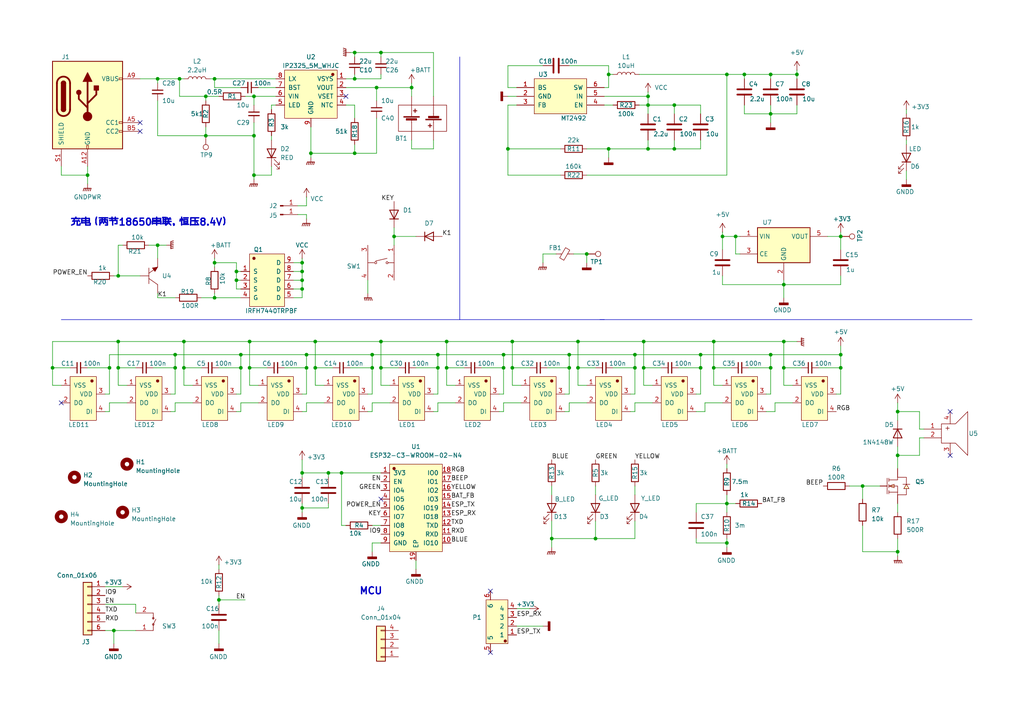
<source format=kicad_sch>
(kicad_sch (version 20231120) (generator "eeschema") (generator_version "8.0")
  (paper "A4")
  (title_block (date "2023-12-04"))
  (junction (at 172.72 156.21))
  (junction (at 72.39 106.68))
  (junction (at 147.32 43.18))
  (junction (at 109.22 25.4))
  (junction (at 73.66 39.37))
  (junction (at 73.66 50.8))
  (junction (at 167.64 106.68))
  (junction (at 107.95 106.68))
  (junction (at 184.15 102.87))
  (junction (at 223.52 106.68))
  (junction (at 146.05 102.87))
  (junction (at 110.49 15.24))
  (junction (at 87.63 137.16))
  (junction (at 165.1 106.68))
  (junction (at 170.18 73.66))
  (junction (at 88.9 102.87))
  (junction (at 59.69 27.94))
  (junction (at 187.96 27.94))
  (junction (at 62.23 76.2))
  (junction (at 119.38 25.4))
  (junction (at 210.82 146.05))
  (junction (at 231.14 21.59))
  (junction (at 68.58 78.74))
  (junction (at 227.33 82.55))
  (junction (at 203.2 106.68))
  (junction (at 260.35 132.08))
  (junction (at 129.54 106.68))
  (junction (at 203.2 102.87))
  (junction (at 114.3 68.58))
  (junction (at 195.58 30.48))
  (junction (at 102.87 44.45))
  (junction (at 243.84 106.68))
  (junction (at 176.53 43.18))
  (junction (at 53.34 106.68))
  (junction (at 52.07 22.86))
  (junction (at 207.01 99.06))
  (junction (at 187.96 43.18))
  (junction (at 260.35 119.38))
  (junction (at 53.34 99.06))
  (junction (at 127 106.68))
  (junction (at 31.75 106.68))
  (junction (at 45.72 71.12))
  (junction (at 68.58 81.28))
  (junction (at 33.02 182.88))
  (junction (at 186.69 106.68))
  (junction (at 45.72 22.86))
  (junction (at 165.1 102.87))
  (junction (at 69.85 102.87))
  (junction (at 102.87 22.86))
  (junction (at 107.95 102.87))
  (junction (at 207.01 106.68))
  (junction (at 186.69 99.06))
  (junction (at 260.35 160.02))
  (junction (at 195.58 43.18))
  (junction (at 62.23 22.86))
  (junction (at 87.63 147.32))
  (junction (at 110.49 99.06))
  (junction (at 62.23 86.36))
  (junction (at 148.59 106.68))
  (junction (at 215.9 21.59))
  (junction (at 148.59 99.06))
  (junction (at 25.4 50.8))
  (junction (at 34.29 106.68))
  (junction (at 15.24 106.68))
  (junction (at 87.63 76.2))
  (junction (at 87.63 83.82))
  (junction (at 176.53 21.59))
  (junction (at 110.49 106.68))
  (junction (at 72.39 99.06))
  (junction (at 87.63 81.28))
  (junction (at 227.33 99.06))
  (junction (at 210.82 21.59))
  (junction (at 34.29 99.06))
  (junction (at 209.55 68.58))
  (junction (at 50.8 102.87))
  (junction (at 184.15 106.68))
  (junction (at 250.19 140.97))
  (junction (at 59.69 39.37))
  (junction (at 73.66 27.94))
  (junction (at 91.44 106.68))
  (junction (at 88.9 106.68))
  (junction (at 167.64 99.06))
  (junction (at 69.85 106.68))
  (junction (at 129.54 99.06))
  (junction (at 91.44 99.06))
  (junction (at 63.5 173.99))
  (junction (at 95.25 137.16))
  (junction (at 223.52 102.87))
  (junction (at 146.05 106.68))
  (junction (at 34.29 80.01))
  (junction (at 127 102.87))
  (junction (at 160.02 156.21))
  (junction (at 99.06 137.16))
  (junction (at 243.84 68.58))
  (junction (at 90.17 44.45))
  (junction (at 187.96 30.48))
  (junction (at 87.63 78.74))
  (junction (at 227.33 106.68))
  (junction (at 210.82 157.48))
  (junction (at 223.52 21.59))
  (junction (at 102.87 15.24))
  (junction (at 223.52 33.02))
  (junction (at 213.36 68.58))
  (junction (at 243.84 102.87))
  (junction (at 50.8 106.68))
  (no_connect (at 142.24 171.45))
  (no_connect (at 275.59 132.08))
  (no_connect (at 275.59 119.38))
  (no_connect (at 17.78 116.84))
  (no_connect (at 40.64 35.56))
  (no_connect (at 142.24 189.23))
  (no_connect (at 100.33 27.94))
  (no_connect (at 110.49 144.78))
  (no_connect (at 40.64 38.1))
  (wire (pts (xy 52.07 22.86) (xy 53.34 22.86)))
  (wire (pts (xy 187.96 26.67) (xy 187.96 27.94)))
  (wire (pts (xy 102.87 15.24) (xy 102.87 16.51)))
  (wire (pts (xy 45.72 22.86) (xy 45.72 24.13)))
  (wire (pts (xy 144.78 119.38) (xy 146.05 119.38)))
  (wire (pts (xy 53.34 99.06) (xy 72.39 99.06)))
  (wire (pts (xy 88.9 102.87) (xy 88.9 106.68)))
  (wire (pts (xy 109.22 34.29) (xy 109.22 44.45)))
  (wire (pts (xy 63.5 173.99) (xy 71.12 173.99)))
  (wire (pts (xy 215.9 33.02) (xy 223.52 33.02)))
  (wire (pts (xy 201.93 157.48) (xy 210.82 157.48)))
  (wire (pts (xy 31.75 119.38) (xy 30.48 119.38)))
  (wire (pts (xy 204.47 116.84) (xy 204.47 119.38)))
  (wire (pts (xy 62.23 74.93) (xy 62.23 76.2)))
  (wire (pts (xy 125.73 15.24) (xy 125.73 27.94)))
  (wire (pts (xy 172.72 140.97) (xy 172.72 143.51)))
  (wire (pts (xy 85.09 76.2) (xy 87.63 76.2)))
  (wire (pts (xy 31.75 102.87) (xy 31.75 106.68)))
  (wire (pts (xy 201.93 146.05) (xy 210.82 146.05)))
  (wire (pts (xy 148.59 111.76) (xy 148.59 106.68)))
  (wire (pts (xy 39.37 177.8) (xy 39.37 175.26)))
  (wire (pts (xy 74.93 116.84) (xy 69.85 116.84)))
  (wire (pts (xy 110.49 99.06) (xy 129.54 99.06)))
  (wire (pts (xy 147.32 43.18) (xy 162.56 43.18)))
  (wire (pts (xy 91.44 99.06) (xy 91.44 106.68)))
  (wire (pts (xy 15.24 99.06) (xy 34.29 99.06)))
  (wire (pts (xy 113.03 116.84) (xy 107.95 116.84)))
  (wire (pts (xy 114.3 68.58) (xy 114.3 71.12)))
  (wire (pts (xy 86.36 62.23) (xy 88.9 62.23)))
  (wire (pts (xy 132.08 111.76) (xy 129.54 111.76)))
  (wire (pts (xy 167.64 111.76) (xy 167.64 106.68)))
  (wire (pts (xy 163.83 114.3) (xy 165.1 114.3)))
  (wire (pts (xy 260.35 156.21) (xy 260.35 160.02)))
  (polyline (pts (xy 133.35 92.71) (xy 175.26 92.71)))
  (wire (pts (xy 25.4 50.8) (xy 25.4 53.34)))
  (wire (pts (xy 33.02 182.88) (xy 39.37 182.88)))
  (wire (pts (xy 78.74 30.48) (xy 78.74 31.75)))
  (wire (pts (xy 87.63 133.35) (xy 87.63 137.16)))
  (wire (pts (xy 107.95 157.48) (xy 110.49 157.48)))
  (wire (pts (xy 106.68 114.3) (xy 107.95 114.3)))
  (wire (pts (xy 95.25 137.16) (xy 87.63 137.16)))
  (wire (pts (xy 73.66 50.8) (xy 73.66 52.07)))
  (wire (pts (xy 231.14 20.32) (xy 231.14 21.59)))
  (wire (pts (xy 73.66 39.37) (xy 73.66 50.8)))
  (wire (pts (xy 52.07 27.94) (xy 52.07 22.86)))
  (wire (pts (xy 260.35 146.05) (xy 260.35 148.59)))
  (wire (pts (xy 210.82 50.8) (xy 210.82 21.59)))
  (wire (pts (xy 196.85 106.68) (xy 203.2 106.68)))
  (wire (pts (xy 110.49 16.51) (xy 110.49 15.24)))
  (wire (pts (xy 87.63 146.05) (xy 87.63 147.32)))
  (wire (pts (xy 73.66 35.56) (xy 73.66 39.37)))
  (wire (pts (xy 85.09 78.74) (xy 87.63 78.74)))
  (wire (pts (xy 260.35 132.08) (xy 260.35 135.89)))
  (wire (pts (xy 243.84 80.01) (xy 243.84 82.55)))
  (wire (pts (xy 266.7 119.38) (xy 266.7 124.46)))
  (wire (pts (xy 243.84 68.58) (xy 243.84 72.39)))
  (wire (pts (xy 127 116.84) (xy 127 119.38)))
  (wire (pts (xy 267.97 127) (xy 266.7 127)))
  (wire (pts (xy 114.3 66.04) (xy 114.3 68.58)))
  (wire (pts (xy 127 114.3) (xy 127 106.68)))
  (polyline (pts (xy 133.35 16.51) (xy 133.35 92.71)))
  (wire (pts (xy 34.29 106.68) (xy 39.37 106.68)))
  (wire (pts (xy 176.53 25.4) (xy 175.26 25.4)))
  (wire (pts (xy 73.66 39.37) (xy 59.69 39.37)))
  (wire (pts (xy 53.34 111.76) (xy 53.34 106.68)))
  (wire (pts (xy 209.55 80.01) (xy 209.55 82.55)))
  (wire (pts (xy 229.87 111.76) (xy 227.33 111.76)))
  (wire (pts (xy 127 102.87) (xy 127 106.68)))
  (wire (pts (xy 120.65 162.56) (xy 120.65 165.1)))
  (wire (pts (xy 73.66 27.94) (xy 73.66 30.48)))
  (wire (pts (xy 87.63 119.38) (xy 88.9 119.38)))
  (wire (pts (xy 186.69 106.68) (xy 191.77 106.68)))
  (wire (pts (xy 62.23 86.36) (xy 62.23 85.09)))
  (wire (pts (xy 49.53 119.38) (xy 50.8 119.38)))
  (wire (pts (xy 72.39 99.06) (xy 91.44 99.06)))
  (wire (pts (xy 50.8 116.84) (xy 50.8 119.38)))
  (wire (pts (xy 144.78 114.3) (xy 146.05 114.3)))
  (wire (pts (xy 146.05 102.87) (xy 165.1 102.87)))
  (wire (pts (xy 170.18 50.8) (xy 210.82 50.8)))
  (wire (pts (xy 17.78 48.26) (xy 17.78 50.8)))
  (wire (pts (xy 209.55 68.58) (xy 209.55 72.39)))
  (wire (pts (xy 59.69 29.21) (xy 59.69 27.94)))
  (wire (pts (xy 167.64 99.06) (xy 186.69 99.06)))
  (wire (pts (xy 73.66 27.94) (xy 80.01 27.94)))
  (wire (pts (xy 215.9 21.59) (xy 215.9 22.86)))
  (wire (pts (xy 99.06 152.4) (xy 100.33 152.4)))
  (wire (pts (xy 210.82 146.05) (xy 213.36 146.05)))
  (wire (pts (xy 45.72 71.12) (xy 48.26 71.12)))
  (wire (pts (xy 172.72 156.21) (xy 184.15 156.21)))
  (wire (pts (xy 62.23 25.4) (xy 62.23 22.86)))
  (wire (pts (xy 31.75 116.84) (xy 31.75 119.38)))
  (wire (pts (xy 68.58 83.82) (xy 69.85 83.82)))
  (wire (pts (xy 63.5 106.68) (xy 69.85 106.68)))
  (wire (pts (xy 195.58 40.64) (xy 195.58 43.18)))
  (wire (pts (xy 167.64 106.68) (xy 172.72 106.68)))
  (wire (pts (xy 125.73 114.3) (xy 127 114.3)))
  (wire (pts (xy 243.84 102.87) (xy 243.84 106.68)))
  (wire (pts (xy 176.53 21.59) (xy 177.8 21.59)))
  (wire (pts (xy 95.25 146.05) (xy 95.25 147.32)))
  (wire (pts (xy 162.56 50.8) (xy 147.32 50.8)))
  (wire (pts (xy 110.49 106.68) (xy 115.57 106.68)))
  (wire (pts (xy 189.23 111.76) (xy 186.69 111.76)))
  (wire (pts (xy 201.93 114.3) (xy 203.2 114.3)))
  (wire (pts (xy 209.55 67.31) (xy 209.55 68.58)))
  (wire (pts (xy 72.39 106.68) (xy 77.47 106.68)))
  (wire (pts (xy 90.17 36.83) (xy 90.17 44.45)))
  (wire (pts (xy 165.1 102.87) (xy 165.1 106.68)))
  (wire (pts (xy 147.32 25.4) (xy 149.86 25.4)))
  (wire (pts (xy 266.7 119.38) (xy 260.35 119.38)))
  (wire (pts (xy 229.87 116.84) (xy 224.79 116.84)))
  (wire (pts (xy 215.9 21.59) (xy 223.52 21.59)))
  (wire (pts (xy 266.7 127) (xy 266.7 132.08)))
  (wire (pts (xy 101.6 106.68) (xy 107.95 106.68)))
  (wire (pts (xy 187.96 43.18) (xy 187.96 40.64)))
  (wire (pts (xy 33.02 80.01) (xy 34.29 80.01)))
  (wire (pts (xy 99.06 137.16) (xy 110.49 137.16)))
  (wire (pts (xy 153.67 176.53) (xy 149.86 176.53)))
  (wire (pts (xy 222.25 119.38) (xy 224.79 119.38)))
  (wire (pts (xy 62.23 86.36) (xy 69.85 86.36)))
  (wire (pts (xy 157.48 73.66) (xy 157.48 76.2)))
  (wire (pts (xy 93.98 111.76) (xy 91.44 111.76)))
  (wire (pts (xy 45.72 86.36) (xy 50.8 86.36)))
  (wire (pts (xy 209.55 116.84) (xy 204.47 116.84)))
  (wire (pts (xy 184.15 102.87) (xy 184.15 106.68)))
  (wire (pts (xy 55.88 116.84) (xy 50.8 116.84)))
  (wire (pts (xy 182.88 114.3) (xy 184.15 114.3)))
  (wire (pts (xy 227.33 111.76) (xy 227.33 106.68)))
  (wire (pts (xy 186.69 111.76) (xy 186.69 106.68)))
  (wire (pts (xy 68.58 114.3) (xy 69.85 114.3)))
  (wire (pts (xy 119.38 40.64) (xy 119.38 43.18)))
  (wire (pts (xy 62.23 22.86) (xy 80.01 22.86)))
  (wire (pts (xy 177.8 106.68) (xy 184.15 106.68)))
  (wire (pts (xy 267.97 124.46) (xy 266.7 124.46)))
  (wire (pts (xy 151.13 111.76) (xy 148.59 111.76)))
  (wire (pts (xy 60.96 22.86) (xy 62.23 22.86)))
  (wire (pts (xy 102.87 22.86) (xy 110.49 22.86)))
  (wire (pts (xy 160.02 156.21) (xy 160.02 158.75)))
  (wire (pts (xy 250.19 140.97) (xy 246.38 140.97)))
  (wire (pts (xy 107.95 116.84) (xy 107.95 119.38)))
  (wire (pts (xy 243.84 67.31) (xy 243.84 68.58)))
  (wire (pts (xy 147.32 50.8) (xy 147.32 43.18)))
  (wire (pts (xy 69.85 119.38) (xy 68.58 119.38)))
  (wire (pts (xy 187.96 30.48) (xy 187.96 33.02)))
  (wire (pts (xy 210.82 158.75) (xy 210.82 157.48)))
  (wire (pts (xy 217.17 106.68) (xy 223.52 106.68)))
  (wire (pts (xy 99.06 137.16) (xy 99.06 152.4)))
  (wire (pts (xy 82.55 106.68) (xy 88.9 106.68)))
  (wire (pts (xy 184.15 116.84) (xy 184.15 119.38)))
  (wire (pts (xy 95.25 137.16) (xy 99.06 137.16)))
  (wire (pts (xy 146.05 102.87) (xy 146.05 106.68)))
  (wire (pts (xy 88.9 59.69) (xy 86.36 59.69)))
  (wire (pts (xy 172.72 151.13) (xy 172.72 156.21)))
  (wire (pts (xy 63.5 173.99) (xy 63.5 175.26)))
  (wire (pts (xy 34.29 111.76) (xy 34.29 106.68)))
  (wire (pts (xy 59.69 27.94) (xy 52.07 27.94)))
  (wire (pts (xy 160.02 140.97) (xy 160.02 143.51)))
  (wire (pts (xy 114.3 68.58) (xy 120.65 68.58)))
  (wire (pts (xy 109.22 25.4) (xy 119.38 25.4)))
  (wire (pts (xy 176.53 43.18) (xy 176.53 45.72)))
  (wire (pts (xy 203.2 102.87) (xy 203.2 106.68)))
  (wire (pts (xy 68.58 81.28) (xy 69.85 81.28)))
  (wire (pts (xy 39.37 175.26) (xy 30.48 175.26)))
  (wire (pts (xy 203.2 30.48) (xy 195.58 30.48)))
  (wire (pts (xy 215.9 33.02) (xy 215.9 30.48)))
  (wire (pts (xy 210.82 21.59) (xy 185.42 21.59)))
  (wire (pts (xy 139.7 106.68) (xy 146.05 106.68)))
  (wire (pts (xy 69.85 78.74) (xy 68.58 78.74)))
  (wire (pts (xy 59.69 27.94) (xy 63.5 27.94)))
  (wire (pts (xy 210.82 143.51) (xy 210.82 146.05)))
  (wire (pts (xy 55.88 111.76) (xy 53.34 111.76)))
  (wire (pts (xy 36.83 116.84) (xy 31.75 116.84)))
  (wire (pts (xy 69.85 114.3) (xy 69.85 106.68)))
  (wire (pts (xy 210.82 134.62) (xy 210.82 135.89)))
  (wire (pts (xy 195.58 33.02) (xy 195.58 30.48)))
  (wire (pts (xy 158.75 106.68) (xy 165.1 106.68)))
  (wire (pts (xy 31.75 114.3) (xy 31.75 106.68)))
  (wire (pts (xy 91.44 99.06) (xy 110.49 99.06)))
  (wire (pts (xy 88.9 114.3) (xy 88.9 106.68)))
  (wire (pts (xy 72.39 111.76) (xy 72.39 106.68)))
  (wire (pts (xy 186.69 99.06) (xy 207.01 99.06)))
  (wire (pts (xy 40.64 22.86) (xy 45.72 22.86)))
  (wire (pts (xy 149.86 30.48) (xy 147.32 30.48)))
  (wire (pts (xy 95.25 137.16) (xy 95.25 138.43)))
  (wire (pts (xy 184.15 102.87) (xy 203.2 102.87)))
  (wire (pts (xy 160.02 151.13) (xy 160.02 156.21)))
  (wire (pts (xy 45.72 39.37) (xy 59.69 39.37)))
  (wire (pts (xy 250.19 140.97) (xy 255.27 140.97)))
  (wire (pts (xy 125.73 40.64) (xy 125.73 43.18)))
  (wire (pts (xy 53.34 99.06) (xy 53.34 106.68)))
  (wire (pts (xy 30.48 114.3) (xy 31.75 114.3)))
  (wire (pts (xy 262.89 31.75) (xy 262.89 33.02)))
  (wire (pts (xy 148.59 106.68) (xy 153.67 106.68)))
  (wire (pts (xy 88.9 102.87) (xy 107.95 102.87)))
  (wire (pts (xy 250.19 144.78) (xy 250.19 140.97)))
  (wire (pts (xy 222.25 114.3) (xy 223.52 114.3)))
  (wire (pts (xy 87.63 147.32) (xy 87.63 148.59)))
  (wire (pts (xy 30.48 170.18) (xy 35.56 170.18)))
  (wire (pts (xy 260.35 160.02) (xy 260.35 161.29)))
  (wire (pts (xy 25.4 106.68) (xy 31.75 106.68)))
  (wire (pts (xy 243.84 100.33) (xy 243.84 102.87)))
  (wire (pts (xy 147.32 30.48) (xy 147.32 43.18)))
  (wire (pts (xy 68.58 76.2) (xy 68.58 78.74)))
  (wire (pts (xy 93.98 116.84) (xy 88.9 116.84)))
  (wire (pts (xy 149.86 181.61) (xy 157.48 181.61)))
  (wire (pts (xy 175.26 30.48) (xy 177.8 30.48)))
  (wire (pts (xy 227.33 81.28) (xy 227.33 82.55)))
  (wire (pts (xy 78.74 39.37) (xy 78.74 40.64)))
  (polyline (pts (xy 17.78 92.71) (xy 133.35 92.71)))
  (wire (pts (xy 58.42 86.36) (xy 62.23 86.36)))
  (wire (pts (xy 224.79 116.84) (xy 224.79 119.38)))
  (wire (pts (xy 87.63 76.2) (xy 87.63 78.74)))
  (wire (pts (xy 113.03 111.76) (xy 110.49 111.76)))
  (wire (pts (xy 50.8 114.3) (xy 50.8 106.68)))
  (wire (pts (xy 109.22 25.4) (xy 109.22 29.21)))
  (wire (pts (xy 175.26 27.94) (xy 187.96 27.94)))
  (wire (pts (xy 72.39 99.06) (xy 72.39 106.68)))
  (wire (pts (xy 129.54 106.68) (xy 134.62 106.68)))
  (wire (pts (xy 227.33 82.55) (xy 243.84 82.55)))
  (wire (pts (xy 203.2 43.18) (xy 195.58 43.18)))
  (wire (pts (xy 203.2 40.64) (xy 203.2 43.18)))
  (wire (pts (xy 129.54 99.06) (xy 148.59 99.06)))
  (wire (pts (xy 74.93 25.4) (xy 80.01 25.4)))
  (wire (pts (xy 207.01 111.76) (xy 207.01 106.68)))
  (wire (pts (xy 100.33 22.86) (xy 102.87 22.86)))
  (wire (pts (xy 203.2 114.3) (xy 203.2 106.68)))
  (wire (pts (xy 243.84 114.3) (xy 243.84 106.68)))
  (wire (pts (xy 201.93 148.59) (xy 201.93 146.05)))
  (wire (pts (xy 165.1 114.3) (xy 165.1 106.68)))
  (wire (pts (xy 185.42 30.48) (xy 187.96 30.48)))
  (wire (pts (xy 109.22 44.45) (xy 102.87 44.45)))
  (wire (pts (xy 146.05 114.3) (xy 146.05 106.68)))
  (wire (pts (xy 15.24 111.76) (xy 15.24 106.68)))
  (wire (pts (xy 176.53 43.18) (xy 187.96 43.18)))
  (wire (pts (xy 227.33 99.06) (xy 227.33 106.68)))
  (wire (pts (xy 125.73 15.24) (xy 110.49 15.24)))
  (wire (pts (xy 189.23 116.84) (xy 184.15 116.84)))
  (wire (pts (xy 87.63 81.28) (xy 87.63 83.82)))
  (wire (pts (xy 223.52 33.02) (xy 223.52 35.56)))
  (wire (pts (xy 182.88 119.38) (xy 184.15 119.38)))
  (wire (pts (xy 167.64 99.06) (xy 167.64 106.68)))
  (wire (pts (xy 15.24 106.68) (xy 20.32 106.68)))
  (wire (pts (xy 63.5 163.83) (xy 63.5 165.1)))
  (wire (pts (xy 102.87 15.24) (xy 101.6 15.24)))
  (wire (pts (xy 147.32 19.05) (xy 147.32 25.4)))
  (wire (pts (xy 49.53 114.3) (xy 50.8 114.3)))
  (wire (pts (xy 62.23 76.2) (xy 62.23 77.47)))
  (wire (pts (xy 201.93 156.21) (xy 201.93 157.48)))
  (wire (pts (xy 132.08 116.84) (xy 127 116.84)))
  (wire (pts (xy 231.14 22.86) (xy 231.14 21.59)))
  (wire (pts (xy 260.35 132.08) (xy 260.35 129.54)))
  (wire (pts (xy 231.14 30.48) (xy 231.14 33.02)))
  (wire (pts (xy 90.17 44.45) (xy 102.87 44.45)))
  (wire (pts (xy 63.5 172.72) (xy 63.5 173.99)))
  (wire (pts (xy 50.8 102.87) (xy 50.8 106.68)))
  (wire (pts (xy 68.58 81.28) (xy 68.58 83.82)))
  (wire (pts (xy 87.63 114.3) (xy 88.9 114.3)))
  (wire (pts (xy 87.63 83.82) (xy 87.63 86.36)))
  (wire (pts (xy 163.83 119.38) (xy 165.1 119.38)))
  (wire (pts (xy 110.49 99.06) (xy 110.49 106.68)))
  (wire (pts (xy 170.18 116.84) (xy 165.1 116.84)))
  (wire (pts (xy 129.54 111.76) (xy 129.54 106.68)))
  (wire (pts (xy 165.1 116.84) (xy 165.1 119.38)))
  (wire (pts (xy 45.72 74.93) (xy 45.72 71.12)))
  (wire (pts (xy 223.52 114.3) (xy 223.52 106.68)))
  (wire (pts (xy 149.86 27.94) (xy 147.32 27.94)))
  (wire (pts (xy 148.59 99.06) (xy 148.59 106.68)))
  (wire (pts (xy 50.8 102.87) (xy 69.85 102.87)))
  (wire (pts (xy 45.72 86.36) (xy 45.72 85.09)))
  (wire (pts (xy 120.65 106.68) (xy 127 106.68)))
  (wire (pts (xy 106.68 81.28) (xy 106.68 85.09)))
  (wire (pts (xy 88.9 62.23) (xy 88.9 63.5)))
  (wire (pts (xy 203.2 33.02) (xy 203.2 30.48)))
  (wire (pts (xy 31.75 102.87) (xy 50.8 102.87)))
  (wire (pts (xy 165.1 102.87) (xy 184.15 102.87)))
  (wire (pts (xy 102.87 30.48) (xy 102.87 34.29)))
  (wire (pts (xy 223.52 102.87) (xy 223.52 106.68)))
  (wire (pts (xy 34.29 80.01) (xy 34.29 71.12)))
  (wire (pts (xy 170.18 43.18) (xy 176.53 43.18)))
  (wire (pts (xy 223.52 33.02) (xy 231.14 33.02)))
  (wire (pts (xy 74.93 111.76) (xy 72.39 111.76)))
  (wire (pts (xy 119.38 25.4) (xy 119.38 27.94)))
  (wire (pts (xy 119.38 43.18) (xy 125.73 43.18)))
  (wire (pts (xy 102.87 21.59) (xy 102.87 22.86)))
  (wire (pts (xy 87.63 78.74) (xy 87.63 81.28)))
  (wire (pts (xy 107.95 102.87) (xy 127 102.87)))
  (wire (pts (xy 237.49 106.68) (xy 243.84 106.68)))
  (wire (pts (xy 160.02 156.21) (xy 172.72 156.21)))
  (wire (pts (xy 165.1 19.05) (xy 176.53 19.05)))
  (wire (pts (xy 213.36 73.66) (xy 214.63 73.66)))
  (wire (pts (xy 146.05 116.84) (xy 146.05 119.38)))
  (wire (pts (xy 45.72 22.86) (xy 52.07 22.86)))
  (wire (pts (xy 106.68 119.38) (xy 107.95 119.38)))
  (wire (pts (xy 85.09 83.82) (xy 87.63 83.82)))
  (wire (pts (xy 262.89 49.53) (xy 262.89 52.07)))
  (wire (pts (xy 186.69 99.06) (xy 186.69 106.68)))
  (wire (pts (xy 210.82 146.05) (xy 210.82 148.59)))
  (wire (pts (xy 34.29 99.06) (xy 53.34 99.06)))
  (wire (pts (xy 91.44 106.68) (xy 96.52 106.68)))
  (wire (pts (xy 36.83 111.76) (xy 34.29 111.76)))
  (wire (pts (xy 110.49 15.24) (xy 102.87 15.24)))
  (wire (pts (xy 209.55 111.76) (xy 207.01 111.76)))
  (wire (pts (xy 25.4 48.26) (xy 25.4 50.8)))
  (wire (pts (xy 78.74 48.26) (xy 78.74 50.8)))
  (wire (pts (xy 30.48 182.88) (xy 33.02 182.88)))
  (wire (pts (xy 69.85 102.87) (xy 69.85 106.68)))
  (wire (pts (xy 17.78 111.76) (xy 15.24 111.76)))
  (wire (pts (xy 262.89 40.64) (xy 262.89 41.91)))
  (wire (pts (xy 45.72 29.21) (xy 45.72 39.37)))
  (wire (pts (xy 127 102.87) (xy 146.05 102.87)))
  (polyline (pts (xy 175.26 92.71) (xy 281.94 92.71)))
  (wire (pts (xy 87.63 137.16) (xy 87.63 138.43)))
  (wire (pts (xy 102.87 41.91) (xy 102.87 44.45)))
  (wire (pts (xy 71.12 27.94) (xy 73.66 27.94)))
  (wire (pts (xy 68.58 78.74) (xy 68.58 81.28)))
  (wire (pts (xy 34.29 80.01) (xy 40.64 80.01)))
  (wire (pts (xy 44.45 106.68) (xy 50.8 106.68)))
  (wire (pts (xy 176.53 19.05) (xy 176.53 21.59)))
  (wire (pts (xy 157.48 73.66) (xy 161.29 73.66)))
  (wire (pts (xy 87.63 86.36) (xy 85.09 86.36)))
  (wire (pts (xy 59.69 36.83) (xy 59.69 39.37)))
  (wire (pts (xy 34.29 99.06) (xy 34.29 106.68)))
  (wire (pts (xy 240.03 68.58) (xy 243.84 68.58)))
  (wire (pts (xy 107.95 102.87) (xy 107.95 106.68)))
  (wire (pts (xy 151.13 116.84) (xy 146.05 116.84)))
  (wire (pts (xy 187.96 27.94) (xy 187.96 30.48)))
  (wire (pts (xy 157.48 19.05) (xy 147.32 19.05)))
  (wire (pts (xy 110.49 22.86) (xy 110.49 21.59)))
  (wire (pts (xy 201.93 119.38) (xy 204.47 119.38)))
  (wire (pts (xy 210.82 21.59) (xy 215.9 21.59)))
  (wire (pts (xy 33.02 182.88) (xy 33.02 186.69)))
  (wire (pts (xy 242.57 114.3) (xy 243.84 114.3)))
  (wire (pts (xy 223.52 21.59) (xy 231.14 21.59)))
  (wire (pts (xy 195.58 43.18) (xy 187.96 43.18)))
  (wire (pts (xy 91.44 111.76) (xy 91.44 106.68)))
  (wire (pts (xy 203.2 102.87) (xy 223.52 102.87)))
  (wire (pts (xy 87.63 74.93) (xy 87.63 76.2)))
  (wire (pts (xy 107.95 152.4) (xy 110.49 152.4)))
  (wire (pts (xy 17.78 50.8) (xy 25.4 50.8)))
  (wire (pts (xy 107.95 114.3) (xy 107.95 106.68)))
  (wire (pts (xy 78.74 50.8) (xy 73.66 50.8)))
  (wire (pts (xy 127 119.38) (xy 125.73 119.38)))
  (wire (pts (xy 119.38 24.13) (xy 119.38 25.4)))
  (wire (pts (xy 90.17 44.45) (xy 90.17 45.72)))
  (wire (pts (xy 170.18 73.66) (xy 170.18 76.2)))
  (wire (pts (xy 250.19 160.02) (xy 250.19 152.4)))
  (wire (pts (xy 231.14 99.06) (xy 227.33 99.06)))
  (wire (pts (xy 207.01 106.68) (xy 212.09 106.68)))
  (wire (pts (xy 223.52 102.87) (xy 243.84 102.87)))
  (wire (pts (xy 166.37 73.66) (xy 170.18 73.66)))
  (wire (pts (xy 250.19 160.02) (xy 260.35 160.02)))
  (wire (pts (xy 260.35 116.84) (xy 260.35 119.38)))
  (wire (pts (xy 223.52 30.48) (xy 223.52 33.02)))
  (wire (pts (xy 213.36 73.66) (xy 213.36 68.58)))
  (wire (pts (xy 100.33 30.48) (xy 102.87 30.48)))
  (wire (pts (xy 85.09 81.28) (xy 87.63 81.28)))
  (wire (pts (xy 210.82 157.48) (xy 210.82 156.21)))
  (wire (pts (xy 184.15 151.13) (xy 184.15 156.21)))
  (wire (pts (xy 266.7 132.08) (xy 260.35 132.08)))
  (wire (pts (xy 223.52 22.86) (xy 223.52 21.59)))
  (wire (pts (xy 107.95 157.48) (xy 107.95 160.02)))
  (wire (pts (xy 45.72 71.12) (xy 43.18 71.12)))
  (wire (pts (xy 129.54 99.06) (xy 129.54 106.68)))
  (wire (pts (xy 176.53 21.59) (xy 176.53 25.4)))
  (wire (pts (xy 69.85 102.87) (xy 88.9 102.87)))
  (wire (pts (xy 227.33 82.55) (xy 227.33 86.36)))
  (wire (pts (xy 80.01 30.48) (xy 78.74 30.48)))
  (wire (pts (xy 170.18 111.76) (xy 167.64 111.76)))
  (wire (pts (xy 69.85 116.84) (xy 69.85 119.38)))
  (wire (pts (xy 34.29 71.12) (xy 35.56 71.12)))
  (wire (pts (xy 227.33 106.68) (xy 232.41 106.68)))
  (wire (pts (xy 209.55 82.55) (xy 227.33 82.55)))
  (wire (pts (xy 62.23 25.4) (xy 69.85 25.4)))
  (polyline (pts (xy 175.26 92.71) (xy 173.99 92.71)))
  (wire (pts (xy 260.35 119.38) (xy 260.35 121.92)))
  (wire (pts (xy 88.9 57.15) (xy 88.9 59.69)))
  (wire (pts (xy 63.5 182.88) (xy 63.5 186.69)))
  (wire (pts (xy 207.01 99.06) (xy 227.33 99.06)))
  (wire (pts (xy 184.15 114.3) (xy 184.15 106.68)))
  (wire (pts (xy 184.15 140.97) (xy 184.15 143.51)))
  (wire (pts (xy 110.49 111.76) (xy 110.49 106.68)))
  (wire (pts (xy 148.59 99.06) (xy 167.64 99.06)))
  (wire (pts (xy 209.55 68.58) (xy 213.36 68.58)))
  (wire (pts (xy 88.9 116.84) (xy 88.9 119.38)))
  (wire (pts (xy 207.01 99.06) (xy 207.01 106.68)))
  (wire (pts (xy 95.25 147.32) (xy 87.63 147.32)))
  (wire (pts (xy 15.24 99.06) (xy 15.24 106.68)))
  (wire (pts (xy 62.23 76.2) (xy 68.58 76.2)))
  (wire (pts (xy 213.36 68.58) (xy 214.63 68.58)))
  (wire (pts (xy 100.33 25.4) (xy 109.22 25.4)))
  (wire (pts (xy 53.34 106.68) (xy 58.42 106.68)))
  (wire (pts (xy 195.58 30.48) (xy 187.96 30.48)))
  (text "充电（两节18650串联，恒压8.4V）" (at 20.32 65.786 0) (effects (font (size 2 2) (thickness 0.4) (bold yes)) (justify left bottom)))
  (text "MCU" (at 104.14 172.72 0) (effects (font (size 2 2) (thickness 0.4) (bold yes)) (justify left bottom)))
  (label "TXD" (at 130.81 152.4 0))
  (label "TXD" (at 30.48 177.8 0))
  (label "POWER_EN" (at 25.4 80.01 180))
  (label "YELLOW" (at 130.81 142.24 0))
  (label "POWER_EN" (at 110.49 147.32 180))
  (label "EN" (at 110.49 139.7 180))
  (label "EN" (at 71.12 173.99 180))
  (label "K1" (at 45.72 86.36 0))
  (label "KEY" (at 114.3 58.42 180))
  (label "K1" (at 128.27 68.58 0))
  (label "RGB" (at 130.81 137.16 0))
  (label "ESP_TX" (at 130.81 147.32 0))
  (label "RXD" (at 30.48 180.34 0))
  (label "KEY" (at 110.49 149.86 180))
  (label "IO9" (at 110.49 154.94 180))
  (label "RXD" (at 130.81 154.94 0))
  (label "IO9" (at 30.48 172.72 0))
  (label "BAT_FB" (at 130.81 144.78 0))
  (label "BEEP" (at 238.76 140.97 180))
  (label "RGB" (at 242.57 119.38 0))
  (label "GREEN" (at 172.72 133.35 0))
  (label "BLUE" (at 160.02 133.35 0))
  (label "BLUE" (at 130.81 157.48 0))
  (label "ESP_RX" (at 130.81 149.86 0))
  (label "ESP_TX" (at 149.86 184.15 0))
  (label "ESP_RX" (at 149.86 179.07 0))
  (label "GREEN" (at 110.49 142.24 180))
  (label "EN" (at 30.48 175.26 0))
  (label "BAT_FB" (at 220.98 146.05 0))
  (label "YELLOW" (at 184.15 133.35 0))
  (label "BEEP" (at 130.81 139.7 0))
  (symbol (lib_id "Connector:Conn_01x01_Pin") (at 81.28 62.23 0) (unit 1)
    (property "Reference" "J5" (at 79.248 62.484 0))
    (property "Value" "Conn_01x01_Pin" (effects (hide yes)))
    (property "Footprint" "TestPoint:TestPoint_Pad_D4.0mm" (effects (hide yes)))
    (property "Description" "Generic connector, single row, 01x01, script generated" (effects (hide yes)))
  )
  (symbol (lib_id "power:+BATT") (at 119.38 24.13 0) (unit 1)
    (property "Reference" "#PWR03" (effects (hide yes)))
    (property "Value" "+BATT" (at 121.92 20.32 0))
  )
  (symbol (lib_id "Device:C") (at 195.58 36.83 0) (mirror y) (unit 1)
    (property "Reference" "C2" (at 196.85 34.544 0) (effects (justify right)))
    (property "Value" "100n" (at 197.104 38.862 0) (effects (justify right)))
    (property "Footprint" "Capacitor_SMD:C_0603_1608Metric_Pad1.08x0.95mm_HandSolder" (effects (hide yes)))
    (property "Description" "Unpolarized capacitor" (effects (hide yes)))
  )
  (symbol (lib_id "Device:LED") (at 184.15 147.32 270) (mirror x) (unit 1)
    (property "Reference" "D4" (at 186.69 149.86 90))
    (property "Value" "Y_LED" (at 188.722 144.526 90))
    (property "Footprint" "LED_SMD:LED_0603_1608Metric_Pad1.05x0.95mm_HandSolder" (effects (hide yes)))
  )
  (symbol (lib_id "Device:C_Small") (at 80.01 106.68 90) (unit 1)
    (property "Reference" "C6" (at 78.74 105.41 90) (effects (justify left)))
    (property "Value" "100n" (at 86.36 105.41 90) (effects (justify left)))
    (property "Footprint" "Capacitor_SMD:C_0603_1608Metric_Pad1.08x0.95mm_HandSolder" (effects (hide yes)))
  )
  (symbol (lib_id "power:GNDPWR") (at 25.4 53.34 0) (unit 1)
    (property "Reference" "#PWR02" (effects (hide yes)))
    (property "Value" "GNDPWR" (at 25.4 57.15 0))
  )
  (symbol (lib_id "Device:C_Small") (at 118.11 106.68 90) (unit 1)
    (property "Reference" "C30" (at 116.84 105.41 90) (effects (justify left)))
    (property "Value" "100n" (at 124.46 105.41 90) (effects (justify left)))
    (property "Footprint" "Capacitor_SMD:C_0603_1608Metric_Pad1.08x0.95mm_HandSolder" (effects (hide yes)))
  )
  (symbol (lib_id "Device:C") (at 161.29 19.05 90) (mirror x) (unit 1)
    (property "Reference" "C18" (at 156.21 17.78 90) (effects (justify right)))
    (property "Value" "100n" (at 162.56 17.78 90) (effects (justify right)))
    (property "Footprint" "Capacitor_SMD:C_0603_1608Metric_Pad1.08x0.95mm_HandSolder" (effects (hide yes)))
    (property "Description" "Unpolarized capacitor" (effects (hide yes)))
  )
  (symbol (lib_id "Device:R") (at 29.21 80.01 90) (mirror x) (unit 1)
    (property "Reference" "R20" (at 28.956 81.788 90))
    (property "Value" "1k" (at 29.718 77.724 90))
    (property "Footprint" "Resistor_SMD:R_0603_1608Metric_Pad0.98x0.95mm_HandSolder" (effects (hide yes)))
    (property "Description" "Resistor" (effects (hide yes)))
  )
  (symbol (lib_id "power:GNDPWR") (at 101.6 15.24 270) (unit 1)
    (property "Reference" "#PWR035" (effects (hide yes)))
    (property "Value" "GNDPWR" (effects (hide yes)))
  )
  (symbol (lib_id "Device:R") (at 160.02 137.16 0) (mirror y) (unit 1)
    (property "Reference" "R13" (at 160.02 137.16 90))
    (property "Value" "3k" (at 162.56 137.16 0))
    (property "Footprint" "Resistor_SMD:R_0603_1608Metric_Pad0.98x0.95mm_HandSolder" (effects (hide yes)))
  )
  (symbol (lib_id "power:GNDPWR") (at 160.02 158.75 0) (unit 1)
    (property "Reference" "#PWR042" (effects (hide yes)))
    (property "Value" "GNDPWR" (effects (hide yes)))
  )
  (symbol (lib_id "power:GNDPWR") (at 106.68 85.09 0) (mirror y) (unit 1)
    (property "Reference" "#PWR07" (effects (hide yes)))
    (property "Value" "GNDPWR" (effects (hide yes)))
  )
  (symbol (lib_id "Device:C_Small") (at 102.87 19.05 0) (mirror x) (unit 1)
    (property "Reference" "C10" (at 104.14 20.32 0) (effects (justify left)))
    (property "Value" "22u" (at 104.14 17.78 0) (effects (justify left)))
    (property "Footprint" "Capacitor_SMD:C_0805_2012Metric_Pad1.18x1.45mm_HandSolder" (effects (hide yes)))
  )
  (symbol (lib_id "Device:R") (at 210.82 139.7 180) (unit 1)
    (property "Reference" "R9" (at 210.82 139.7 90))
    (property "Value" "7.5m" (at 214.63 139.7 0))
    (property "Footprint" "Resistor_SMD:R_0603_1608Metric_Pad0.98x0.95mm_HandSolder" (effects (hide yes)))
  )
  (symbol (lib_id "power:GNDD") (at 176.53 45.72 0) (unit 1)
    (property "Reference" "#PWR013" (effects (hide yes)))
    (property "Value" "GNDD" (effects (hide yes)))
  )
  (symbol (lib_id "Device:R") (at 78.74 35.56 180) (unit 1)
    (property "Reference" "R3" (at 78.74 35.56 90))
    (property "Value" "3k" (at 82.55 36.83 0))
    (property "Footprint" "Resistor_SMD:R_0603_1608Metric_Pad0.98x0.95mm_HandSolder" (effects (hide yes)))
  )
  (symbol (lib_id "bat_rf:XL-4020RGBC-WS2812B") (at 119.38 115.57 0) (mirror y) (unit 1)
    (property "Reference" "LED1" (at 118.11 123.19 0))
    (property "Value" "XL-4020RGBC-WS2812B" (effects (hide yes)))
    (property "Footprint" "bat_rf:LED-SMD_4P-L4.0-W1.7_M4020-03003-RGB-862-001" (effects (hide yes)))
    (property "uuid" "std:87ab9b653dba44ac8d7319559d69e3f0" (effects (hide yes)))
  )
  (symbol (lib_id "Device:R") (at 260.35 152.4 180) (unit 1)
    (property "Reference" "R17" (at 262.89 151.1299 0) (effects (justify right)))
    (property "Value" "500R" (at 262.89 153.6699 0) (effects (justify right)))
    (property "Footprint" "Resistor_SMD:R_0603_1608Metric_Pad0.98x0.95mm_HandSolder" (effects (hide yes)))
  )
  (symbol (lib_id "Device:C_Small") (at 110.49 19.05 0) (mirror x) (unit 1)
    (property "Reference" "C26" (at 111.76 20.32 0) (effects (justify left)))
    (property "Value" "22u" (at 111.76 17.78 0) (effects (justify left)))
    (property "Footprint" "Capacitor_SMD:C_0805_2012Metric_Pad1.18x1.45mm_HandSolder" (effects (hide yes)))
  )
  (symbol (lib_id "power:GNDD") (at 262.89 52.07 0) (unit 1)
    (property "Reference" "#PWR050" (effects (hide yes)))
    (property "Value" "GNDD" (at 265.176 55.626 0) (effects (justify right)))
  )
  (symbol (lib_id "power:+BATT") (at 210.82 134.62 0) (unit 1)
    (property "Reference" "#PWR040" (effects (hide yes)))
    (property "Value" "+BATT" (at 210.82 130.81 0))
  )
  (symbol (lib_id "Mechanical:MountingHole") (at 35.56 148.59 0) (unit 1)
    (property "Reference" "H3" (at 38.1 147.955 0) (effects (justify left)))
    (property "Value" "MountingHole" (at 38.1 150.495 0) (effects (justify left)))
    (property "Footprint" "MountingHole:MountingHole_2.2mm_M2_Pad" (effects (hide yes)))
  )
  (symbol (lib_id "Device:C") (at 63.5 179.07 0) (unit 1)
    (property "Reference" "C16" (at 59.69 176.53 0) (effects (justify left)))
    (property "Value" "100n" (at 58.42 181.61 0) (effects (justify left)))
    (property "Footprint" "Capacitor_SMD:C_0603_1608Metric_Pad1.08x0.95mm_HandSolder" (effects (hide yes)))
  )
  (symbol (lib_id "bat_rf:ESP32-C3-WROOM-02-N4") (at 120.65 148.59 0) (unit 1)
    (property "Reference" "U1" (at 120.65 129.54 0))
    (property "Value" "ESP32-C3-WROOM-02-N4" (at 120.65 132.08 0))
    (property "Footprint" "bat_rf:BULETM-SMD_18P-L20.0-W18.0-P1.50_ESP32-C3-WROOM" (effects (hide yes)))
    (property "Description" "C9900000362" (effects (hide yes)))
    (property "uuid" "std:80e57613425b46c2881201d76cb7a63c" (effects (hide yes)))
  )
  (symbol (lib_id "Device:R") (at 242.57 140.97 90) (unit 1)
    (property "Reference" "R6" (at 242.57 135.89 90))
    (property "Value" "100R" (at 242.57 138.43 90))
    (property "Footprint" "Resistor_SMD:R_0603_1608Metric_Pad0.98x0.95mm_HandSolder" (effects (hide yes)))
  )
  (symbol (lib_id "Device:C_Small") (at 22.86 106.68 90) (unit 1)
    (property "Reference" "C11" (at 21.59 105.41 90) (effects (justify left)))
    (property "Value" "100n" (at 29.21 105.41 90) (effects (justify left)))
    (property "Footprint" "Capacitor_SMD:C_0603_1608Metric_Pad1.08x0.95mm_HandSolder" (effects (hide yes)))
  )
  (symbol (lib_id "power:GNDPWR") (at 73.66 52.07 0) (unit 1)
    (property "Reference" "#PWR036" (effects (hide yes)))
    (property "Value" "GNDPWR" (effects (hide yes)))
  )
  (symbol (lib_id "power:GNDPWR") (at 88.9 63.5 0) (unit 1)
    (property "Reference" "#PWR044" (effects (hide yes)))
    (property "Value" "GNDPWR" (effects (hide yes)))
  )
  (symbol (lib_id "bat_rf:XL-4020RGBC-WS2812B") (at 43.18 115.57 0) (mirror y) (unit 1)
    (property "Reference" "LED12" (at 41.91 123.19 0))
    (property "Value" "XL-4020RGBC-WS2812B" (effects (hide yes)))
    (property "Footprint" "bat_rf:LED-SMD_4P-L4.0-W1.7_M4020-03003-RGB-862-001" (effects (hide yes)))
    (property "uuid" "std:87ab9b653dba44ac8d7319559d69e3f0" (effects (hide yes)))
  )
  (symbol (lib_id "Device:R") (at 102.87 38.1 180) (unit 1)
    (property "Reference" "R18" (at 102.87 38.1 90))
    (property "Value" "51k" (at 99.06 38.1 0))
    (property "Footprint" "Resistor_SMD:R_0603_1608Metric_Pad0.98x0.95mm_HandSolder" (effects (hide yes)))
  )
  (symbol (lib_id "Device:C") (at 203.2 36.83 0) (mirror y) (unit 1)
    (property "Reference" "C3" (at 204.47 34.544 0) (effects (justify right)))
    (property "Value" "10u" (at 204.724 38.862 0) (effects (justify right)))
    (property "Footprint" "Capacitor_SMD:C_0603_1608Metric_Pad1.08x0.95mm_HandSolder" (effects (hide yes)))
    (property "Description" "Unpolarized capacitor" (effects (hide yes)))
  )
  (symbol (lib_id "Device:R") (at 54.61 86.36 90) (unit 1)
    (property "Reference" "R19" (at 54.356 84.582 90))
    (property "Value" "100R" (at 55.118 88.646 90))
    (property "Footprint" "Resistor_SMD:R_0603_1608Metric_Pad0.98x0.95mm_HandSolder" (effects (hide yes)))
    (property "Description" "Resistor" (effects (hide yes)))
  )
  (symbol (lib_id "power:GNDD") (at 107.95 160.02 0) (unit 1)
    (property "Reference" "#PWR047" (effects (hide yes)))
    (property "Value" "GNDD" (at 110.236 163.576 0) (effects (justify right)))
  )
  (symbol (lib_id "power:+5V") (at 260.35 116.84 0) (unit 1)
    (property "Reference" "#PWR08" (effects (hide yes)))
    (property "Value" "+5V" (at 260.35 112.776 0))
    (property "Description" "Power symbol creates a global label with name \"+5V\"" (effects (hide yes)))
  )
  (symbol (lib_id "bat_rf:XL-4020RGBC-WS2812B") (at 62.23 115.57 0) (mirror y) (unit 1)
    (property "Reference" "LED8" (at 60.96 123.19 0))
    (property "Value" "XL-4020RGBC-WS2812B" (effects (hide yes)))
    (property "Footprint" "bat_rf:LED-SMD_4P-L4.0-W1.7_M4020-03003-RGB-862-001" (effects (hide yes)))
    (property "uuid" "std:87ab9b653dba44ac8d7319559d69e3f0" (effects (hide yes)))
  )
  (symbol (lib_id "Connector:USB_C_Receptacle_PowerOnly_6P") (at 25.4 30.48 0) (unit 1)
    (property "Reference" "J1" (at 19.05 16.51 0))
    (property "Value" "USB_C_Receptacle_PowerOnly_6P" (effects (hide yes)))
    (property "Footprint" "bat_rf:USB-C-SMD_HX-TYPE-C-6PIN" (effects (hide yes)))
    (property "Datasheet" "https://www.usb.org/sites/default/files/documents/usb_type-c.zip" (effects (hide yes)))
  )
  (symbol (lib_id "power:GNDPWR") (at 260.35 161.29 0) (mirror y) (unit 1)
    (property "Reference" "#PWR032" (effects (hide yes)))
    (property "Value" "GNDPWR" (effects (hide yes)))
  )
  (symbol (lib_id "Device:LED") (at 160.02 147.32 270) (mirror x) (unit 1)
    (property "Reference" "D13" (at 162.56 149.86 90))
    (property "Value" "B_LED" (at 163.83 144.78 90))
    (property "Footprint" "LED_SMD:LED_0603_1608Metric_Pad1.05x0.95mm_HandSolder" (effects (hide yes)))
  )
  (symbol (lib_id "Regulator_Linear:XC6220B331MR") (at 227.33 71.12 0) (unit 1)
    (property "Reference" "U7" (at 222.504 64.516 0))
    (property "Value" "XC6220B331MR" (effects (hide yes)))
    (property "Footprint" "Package_TO_SOT_SMD:SOT-23-5" (effects (hide yes)))
    (property "Datasheet" "https://www.torexsemi.com/file/xc6220/XC6220.pdf" (effects (hide yes)))
    (property "Description" "1A, Low Drop-out Voltage Regulator, Fixed Output 3.3V, SOT-23-5" (effects (hide yes)))
  )
  (symbol (lib_id "Device:C") (at 223.52 26.67 0) (mirror y) (unit 1)
    (property "Reference" "C7" (at 224.79 24.384 0) (effects (justify right)))
    (property "Value" "100n" (at 225.044 28.702 0) (effects (justify right)))
    (property "Footprint" "Capacitor_SMD:C_0603_1608Metric_Pad1.08x0.95mm_HandSolder" (effects (hide yes)))
    (property "Description" "Unpolarized capacitor" (effects (hide yes)))
  )
  (symbol (lib_id "bat_rf:FPC_0.5MM_4P_Vertical_mounting_type_H2.0mm") (at 146.05 180.34 180) (unit 1)
    (property "Reference" "P1" (at 139.7 179.0699 0) (effects (justify left)))
    (property "Value" "FPC_0.5MM_4P_Vertical_mounting_type_H2.0mm" (effects (hide yes)))
    (property "Footprint" "bat_rf:FPC-SMD_4P-L7.5-W2.0-P0.50" (effects (hide yes)))
    (property "Datasheet" "http://www.szlcsc.com/product/details_11612.html" (effects (hide yes)))
    (property "Description" "C11065" (effects (hide yes)))
    (property "uuid" "std:c5a17e1c6609445b3e8d2104f4e178ea" (effects (hide yes)))
  )
  (symbol (lib_id "Device:R") (at 184.15 137.16 0) (mirror y) (unit 1)
    (property "Reference" "R15" (at 184.15 137.16 90))
    (property "Value" "3k" (at 186.69 137.16 0))
    (property "Footprint" "Resistor_SMD:R_0603_1608Metric_Pad0.98x0.95mm_HandSolder" (effects (hide yes)))
  )
  (symbol (lib_id "power:VCC") (at 87.63 74.93 0) (unit 1)
    (property "Reference" "#PWR011" (effects (hide yes)))
    (property "Value" "VCC" (at 87.63 71.12 0))
    (property "Description" "Power symbol creates a global label with name \"VCC\"" (effects (hide yes)))
  )
  (symbol (lib_id "Device:C_Small") (at 234.95 106.68 90) (unit 1)
    (property "Reference" "C36" (at 233.68 105.41 90) (effects (justify left)))
    (property "Value" "100n" (at 241.3 105.41 90) (effects (justify left)))
    (property "Footprint" "Capacitor_SMD:C_0603_1608Metric_Pad1.08x0.95mm_HandSolder" (effects (hide yes)))
  )
  (symbol (lib_id "Mechanical:MountingHole") (at 17.78 149.86 0) (unit 1)
    (property "Reference" "H4" (at 20.32 149.225 0) (effects (justify left)))
    (property "Value" "MountingHole" (at 20.32 151.765 0) (effects (justify left)))
    (property "Footprint" "MountingHole:MountingHole_2.2mm_M2_Pad" (effects (hide yes)))
  )
  (symbol (lib_id "Mechanical:MountingHole") (at 21.59 138.43 0) (unit 1)
    (property "Reference" "H2" (at 24.13 137.795 0) (effects (justify left)))
    (property "Value" "MountingHole" (at 24.13 140.335 0) (effects (justify left)))
    (property "Footprint" "MountingHole:MountingHole_2.2mm_M2_Pad" (effects (hide yes)))
  )
  (symbol (lib_id "power:+BATT") (at 62.23 74.93 0) (unit 1)
    (property "Reference" "#PWR04" (effects (hide yes)))
    (property "Value" "+BATT" (at 64.008 71.12 0))
  )
  (symbol (lib_id "Device:R") (at 250.19 148.59 180) (unit 1)
    (property "Reference" "R7" (at 252.73 147.955 0) (effects (justify right)))
    (property "Value" "10k" (at 252.73 150.495 0) (effects (justify right)))
    (property "Footprint" "Resistor_SMD:R_0603_1608Metric_Pad0.98x0.95mm_HandSolder" (effects (hide yes)))
  )
  (symbol (lib_id "Device:R") (at 39.37 71.12 90) (mirror x) (unit 1)
    (property "Reference" "R21" (at 39.116 72.898 90))
    (property "Value" "10k" (at 39.878 68.834 90))
    (property "Footprint" "Resistor_SMD:R_0603_1608Metric_Pad0.98x0.95mm_HandSolder" (effects (hide yes)))
    (property "Description" "Resistor" (effects (hide yes)))
  )
  (symbol (lib_id "Device:C") (at 215.9 26.67 0) (mirror y) (unit 1)
    (property "Reference" "C4" (at 217.17 24.384 0) (effects (justify right)))
    (property "Value" "2.2u" (at 217.424 28.702 0) (effects (justify right)))
    (property "Footprint" "Capacitor_SMD:C_0603_1608Metric_Pad1.08x0.95mm_HandSolder" (effects (hide yes)))
    (property "Description" "Unpolarized capacitor" (effects (hide yes)))
  )
  (symbol (lib_id "power:+3V3") (at 243.84 67.31 0) (unit 1)
    (property "Reference" "#PWR051" (effects (hide yes)))
    (property "Value" "+3V3" (at 241.554 63.5 0) (effects (justify left)))
    (property "Description" "Power symbol creates a global label with name \"+3V3\"" (effects (hide yes)))
  )
  (symbol (lib_id "Connector:TestPoint") (at 59.69 39.37 180) (unit 1)
    (property "Reference" "TP9" (at 61.722 44.958 0) (effects (justify left)))
    (property "Value" "TestPoint" (effects (hide yes)))
    (property "Footprint" "TestPoint:TestPoint_Pad_D1.0mm" (effects (hide yes)))
    (property "Description" "test point" (effects (hide yes)))
  )
  (symbol (lib_id "power:GNDD") (at 87.63 148.59 0) (unit 1)
    (property "Reference" "#PWR023" (effects (hide yes)))
    (property "Value" "GNDD" (at 90.17 152.4 0) (effects (justify right)))
  )
  (symbol (lib_id "Device:C_Small") (at 72.39 25.4 270) (unit 1)
    (property "Reference" "C27" (at 67.31 24.13 90) (effects (justify left)))
    (property "Value" "100n" (at 73.66 24.13 90) (effects (justify left)))
    (property "Footprint" "Capacitor_SMD:C_0603_1608Metric_Pad1.08x0.95mm_HandSolder" (effects (hide yes)))
  )
  (symbol (lib_id "bat_rf:XL-4020RGBC-WS2812B") (at 215.9 115.57 0) (mirror y) (unit 1)
    (property "Reference" "LED6" (at 214.63 123.19 0))
    (property "Value" "XL-4020RGBC-WS2812B" (effects (hide yes)))
    (property "Footprint" "bat_rf:LED-SMD_4P-L4.0-W1.7_M4020-03003-RGB-862-001" (effects (hide yes)))
    (property "uuid" "std:87ab9b653dba44ac8d7319559d69e3f0" (effects (hide yes)))
  )
  (symbol (lib_id "Device:C") (at 187.96 36.83 0) (mirror y) (unit 1)
    (property "Reference" "C1" (at 189.23 34.544 0) (effects (justify right)))
    (property "Value" "2.2u" (at 189.484 38.862 0) (effects (justify right)))
    (property "Footprint" "Capacitor_SMD:C_0603_1608Metric_Pad1.08x0.95mm_HandSolder" (effects (hide yes)))
    (property "Description" "Unpolarized capacitor" (effects (hide yes)))
  )
  (symbol (lib_id "Device:C_Small") (at 175.26 106.68 90) (unit 1)
    (property "Reference" "C33" (at 173.99 105.41 90) (effects (justify left)))
    (property "Value" "100n" (at 181.61 105.41 90) (effects (justify left)))
    (property "Footprint" "Capacitor_SMD:C_0603_1608Metric_Pad1.08x0.95mm_HandSolder" (effects (hide yes)))
  )
  (symbol (lib_id "power:+5V") (at 243.84 100.33 0) (unit 1)
    (property "Reference" "#PWR01" (effects (hide yes)))
    (property "Value" "+5V" (at 243.84 96.266 0))
    (property "Description" "Power symbol creates a global label with name \"+5V\"" (effects (hide yes)))
  )
  (symbol (lib_id "Diode:1N4148W") (at 124.46 68.58 0) (unit 1)
    (property "Reference" "D7" (at 124.46 64.77 0))
    (property "Value" "1N4148W" (effects (hide yes)))
    (property "Footprint" "Diode_SMD:D_SOD-123" (effects (hide yes)))
    (property "Datasheet" "https://www.vishay.com/docs/85748/1n4148w.pdf" (effects (hide yes)))
    (property "Description" "75V 0.15A Fast Switching Diode, SOD-123" (effects (hide yes)))
    (property "Sim.Device" "D" (effects (hide yes)))
    (property "Sim.Pins" "1=K 2=A" (effects (hide yes)))
  )
  (symbol (lib_name "+3V3_1") (lib_id "power:+3V3") (at 262.89 31.75 0) (unit 1)
    (property "Reference" "#PWR045" (effects (hide yes)))
    (property "Value" "+3V3" (at 266.954 30.988 0))
    (property "Description" "Power symbol creates a global label with name \"+3V3\"" (effects (hide yes)))
  )
  (symbol (lib_id "Device:C_Small") (at 99.06 106.68 90) (unit 1)
    (property "Reference" "C14" (at 97.79 105.41 90) (effects (justify left)))
    (property "Value" "100n" (at 105.41 105.41 90) (effects (justify left)))
    (property "Footprint" "Capacitor_SMD:C_0603_1608Metric_Pad1.08x0.95mm_HandSolder" (effects (hide yes)))
  )
  (symbol (lib_id "power:+5V") (at 231.14 20.32 0) (unit 1)
    (property "Reference" "#PWR016" (effects (hide yes)))
    (property "Value" "+5V" (at 231.14 15.24 0))
    (property "Description" "Power symbol creates a global label with name \"+5V\"" (effects (hide yes)))
  )
  (symbol (lib_id "Device:C") (at 243.84 76.2 0) (mirror y) (unit 1)
    (property "Reference" "C15" (at 245.11 73.914 0) (effects (justify right)))
    (property "Value" "1u" (at 245.364 78.232 0) (effects (justify right)))
    (property "Footprint" "Capacitor_SMD:C_0603_1608Metric_Pad1.08x0.95mm_HandSolder" (effects (hide yes)))
    (property "Description" "Unpolarized capacitor" (effects (hide yes)))
  )
  (symbol (lib_id "power:VCC") (at 187.96 26.67 0) (unit 1)
    (property "Reference" "#PWR014" (effects (hide yes)))
    (property "Value" "VCC" (at 191.77 25.4 0))
    (property "Description" "Power symbol creates a global label with name \"VCC\"" (effects (hide yes)))
  )
  (symbol (lib_id "Device:C") (at 87.63 142.24 0) (unit 1)
    (property "Reference" "C12" (at 83.82 139.7 0) (effects (justify left)))
    (property "Value" "10u" (at 83.82 144.78 0) (effects (justify left)))
    (property "Footprint" "Capacitor_SMD:C_0805_2012Metric_Pad1.18x1.45mm_HandSolder" (effects (hide yes)))
  )
  (symbol (lib_name "+3V3_1") (lib_id "power:+3V3") (at 153.67 176.53 270) (unit 1)
    (property "Reference" "#PWR019" (effects (hide yes)))
    (property "Value" "+3V3" (at 152.4 175.26 90))
    (property "Description" "Power symbol creates a global label with name \"+3V3\"" (effects (hide yes)))
  )
  (symbol (lib_name "+3V3_1") (lib_id "power:+3V3") (at 35.56 170.18 270) (unit 1)
    (property "Reference" "#PWR09" (effects (hide yes)))
    (property "Value" "+3V3" (at 32.766 168.91 90))
    (property "Description" "Power symbol creates a global label with name \"+3V3\"" (effects (hide yes)))
  )
  (symbol (lib_id "bat_rf:MLT-8530-5V") (at 273.05 127 0) (unit 1)
    (property "Reference" "U5" (at 280.924 125.73 0) (effects (justify left)))
    (property "Value" "MLT-8530-5V" (effects (hide yes)))
    (property "Footprint" "bat_rf:BUZ-SMD_4P-L8.5-W8.5-TL" (effects (hide yes)))
    (property "Description" "C9900014013" (effects (hide yes)))
    (property "uuid" "std:bfeac4c04f06403aaefb3bfce9d78a08" (effects (hide yes)))
  )
  (symbol (lib_id "Device:R") (at 217.17 146.05 270) (unit 1)
    (property "Reference" "R14" (at 217.17 146.05 90))
    (property "Value" "1k" (at 215.9 143.51 90))
    (property "Footprint" "Resistor_SMD:R_0603_1608Metric_Pad0.98x0.95mm_HandSolder" (effects (hide yes)))
  )
  (symbol (lib_id "power:+5V") (at 209.55 67.31 0) (unit 1)
    (property "Reference" "#PWR06" (effects (hide yes)))
    (property "Value" "+5V" (at 209.55 62.23 0))
    (property "Description" "Power symbol creates a global label with name \"+5V\"" (effects (hide yes)))
  )
  (symbol (lib_id "espController:TS-1199A-B-B") (at 44.45 180.34 0) (mirror x) (unit 1)
    (property "Reference" "SW3" (at 46.99 181.6101 0) (effects (justify left)))
    (property "Value" "TS-1199A-B-B" (effects (hide yes)))
    (property "Footprint" "bat_rf:SW-SMD_L4.0-W2.9-LS5.0" (effects (hide yes)))
    (property "Datasheet" "http://www.szlcsc.com/product/details_724359.html" (effects (hide yes)))
    (property "Description" "C692476" (effects (hide yes)))
    (property "uuid" "std:a8f90e8ccef74c11ad070f97756e49fb" (effects (hide yes)))
  )
  (symbol (lib_id "bat_rf:XL-4020RGBC-WS2812B") (at 195.58 115.57 0) (mirror y) (unit 1)
    (property "Reference" "LED5" (at 194.31 123.19 0))
    (property "Value" "XL-4020RGBC-WS2812B" (effects (hide yes)))
    (property "Footprint" "bat_rf:LED-SMD_4P-L4.0-W1.7_M4020-03003-RGB-862-001" (effects (hide yes)))
    (property "uuid" "std:87ab9b653dba44ac8d7319559d69e3f0" (effects (hide yes)))
  )
  (symbol (lib_id "Device:R") (at 166.37 50.8 90) (mirror x) (unit 1)
    (property "Reference" "R22" (at 166.37 50.8 90))
    (property "Value" "160k" (at 166.37 48.26 90))
    (property "Footprint" "Resistor_SMD:R_0603_1608Metric_Pad0.98x0.95mm_HandSolder" (effects (hide yes)))
  )
  (symbol (lib_id "Device:R") (at 181.61 30.48 90) (mirror x) (unit 1)
    (property "Reference" "R23" (at 181.61 30.48 90))
    (property "Value" "100k" (at 181.61 33.02 90))
    (property "Footprint" "Resistor_SMD:R_0603_1608Metric_Pad0.98x0.95mm_HandSolder" (effects (hide yes)))
  )
  (symbol (lib_id "power:GNDD") (at 170.18 76.2 0) (unit 1)
    (property "Reference" "#PWR033" (effects (hide yes)))
    (property "Value" "GNDD" (effects (hide yes)))
  )
  (symbol (lib_id "power:GNDD") (at 147.32 27.94 270) (unit 1)
    (property "Reference" "#PWR017" (effects (hide yes)))
    (property "Value" "GNDD" (effects (hide yes)))
  )
  (symbol (lib_id "Device:C") (at 209.55 76.2 0) (mirror y) (unit 1)
    (property "Reference" "C9" (at 205.74 73.66 0) (effects (justify right)))
    (property "Value" "1u" (at 206.502 78.994 0) (effects (justify right)))
    (property "Footprint" "Capacitor_SMD:C_0603_1608Metric_Pad1.08x0.95mm_HandSolder" (effects (hide yes)))
    (property "Description" "Unpolarized capacitor" (effects (hide yes)))
  )
  (symbol (lib_id "power:GNDD") (at 223.52 35.56 0) (unit 1)
    (property "Reference" "#PWR015" (effects (hide yes)))
    (property "Value" "GNDD" (effects (hide yes)))
  )
  (symbol (lib_id "Device:R") (at 67.31 27.94 90) (unit 1)
    (property "Reference" "R1" (at 67.31 27.94 90))
    (property "Value" "0.5R" (at 62.23 26.67 90))
    (property "Footprint" "Resistor_SMD:R_0603_1608Metric_Pad0.98x0.95mm_HandSolder" (effects (hide yes)))
  )
  (symbol (lib_id "Device:R") (at 104.14 152.4 270) (unit 1)
    (property "Reference" "R4" (at 104.14 152.4 90))
    (property "Value" "10k" (at 103.124 154.686 90))
    (property "Footprint" "Resistor_SMD:R_0603_1608Metric_Pad0.98x0.95mm_HandSolder" (effects (hide yes)))
  )
  (symbol (lib_id "power:GNDPWR") (at 157.48 76.2 0) (unit 1)
    (property "Reference" "#PWR05" (effects (hide yes)))
    (property "Value" "GNDPWR" (effects (hide yes)))
  )
  (symbol (lib_id "power:GNDPWR") (at 48.26 71.12 90) (mirror x) (unit 1)
    (property "Reference" "#PWR012" (effects (hide yes)))
    (property "Value" "GNDPWR" (effects (hide yes)))
  )
  (symbol (lib_id "Mechanical:MountingHole") (at 36.83 134.62 0) (unit 1)
    (property "Reference" "H1" (at 39.37 133.985 0) (effects (justify left)))
    (property "Value" "MountingHole" (at 39.37 136.525 0) (effects (justify left)))
    (property "Footprint" "MountingHole:MountingHole_2.2mm_M2_Pad" (effects (hide yes)))
  )
  (symbol (lib_id "bat_rf:IRFH7440TRPBF") (at 77.47 81.28 0) (unit 1)
    (property "Reference" "Q1" (at 74.93 72.39 0))
    (property "Value" "IRFH7440TRPBF" (at 78.74 90.17 0))
    (property "Footprint" "bat_rf:DFN-8_L5.8-W4.9-P1.27-LS6.0-BL-1" (effects (hide yes)))
    (property "Datasheet" "http://www.szlcsc.com/product/details_68964.html" (effects (hide yes)))
    (property "Description" "C67862" (effects (hide yes)))
    (property "uuid" "std:be33c363a099f562879a0ae16112130e" (effects (hide yes)))
  )
  (symbol (lib_name "doubleBatCell_1") (lib_id "bat_rf:doubleBatCell") (at 121.92 34.29 0) (unit 1)
    (property "Reference" "BT1" (at 114.554 40.132 0) (effects (justify left)))
    (property "Value" "doubleBatCell" (effects (hide yes)))
    (property "Footprint" "bat_rf:BAT-SMD_BH-18650-B1BA007" (effects (hide yes)))
    (property "Description" "Single-cell battery" (effects (hide yes)))
  )
  (symbol (lib_id "Device:R") (at 166.37 43.18 90) (mirror x) (unit 1)
    (property "Reference" "R11" (at 166.37 43.18 90))
    (property "Value" "22k" (at 166.37 40.64 90))
    (property "Footprint" "Resistor_SMD:R_0603_1608Metric_Pad0.98x0.95mm_HandSolder" (effects (hide yes)))
  )
  (symbol (lib_id "bat_rf:XL-4020RGBC-WS2812B") (at 81.28 115.57 0) (mirror y) (unit 1)
    (property "Reference" "LED9" (at 80.01 123.19 0))
    (property "Value" "XL-4020RGBC-WS2812B" (effects (hide yes)))
    (property "Footprint" "bat_rf:LED-SMD_4P-L4.0-W1.7_M4020-03003-RGB-862-001" (effects (hide yes)))
    (property "uuid" "std:87ab9b653dba44ac8d7319559d69e3f0" (effects (hide yes)))
  )
  (symbol (lib_id "Device:C_Small") (at 73.66 33.02 0) (unit 1)
    (property "Reference" "C29" (at 68.58 35.56 0) (effects (justify left)))
    (property "Value" "10u" (at 68.58 30.48 0) (effects (justify left)))
    (property "Footprint" "Capacitor_SMD:C_0805_2012Metric_Pad1.18x1.45mm_HandSolder" (effects (hide yes)))
  )
  (symbol (lib_id "Device:C_Small") (at 60.96 106.68 90) (unit 1)
    (property "Reference" "C5" (at 59.69 105.41 90) (effects (justify left)))
    (property "Value" "100n" (at 67.31 105.41 90) (effects (justify left)))
    (property "Footprint" "Capacitor_SMD:C_0603_1608Metric_Pad1.08x0.95mm_HandSolder" (effects (hide yes)))
  )
  (symbol (lib_id "power:GNDD") (at 157.48 181.61 90) (unit 1)
    (property "Reference" "#PWR018" (effects (hide yes)))
    (property "Value" "GNDD" (effects (hide yes)))
  )
  (symbol (lib_id "Diode:1N4148W") (at 260.35 125.73 270) (unit 1)
    (property "Reference" "D5" (at 256.54 123.19 90) (effects (justify left)))
    (property "Value" "1N4148W" (at 250.19 128.27 90) (effects (justify left)))
    (property "Footprint" "Diode_SMD:D_SOD-123" (effects (hide yes)))
    (property "Datasheet" "https://www.vishay.com/docs/85748/1n4148w.pdf" (effects (hide yes)))
    (property "Sim.Device" "D" (effects (hide yes)))
    (property "Sim.Pins" "1=K 2=A" (effects (hide yes)))
  )
  (symbol (lib_id "Device:R") (at 62.23 81.28 180) (unit 1)
    (property "Reference" "R8" (at 60.452 81.534 90))
    (property "Value" "10k" (at 64.516 80.772 90))
    (property "Footprint" "Resistor_SMD:R_0603_1608Metric_Pad0.98x0.95mm_HandSolder" (effects (hide yes)))
    (property "Description" "Resistor" (effects (hide yes)))
  )
  (symbol (lib_id "bat_rf:IP2325_5M_WHJC") (at 90.17 29.21 0) (mirror y) (unit 1)
    (property "Reference" "U2" (at 90.17 16.51 0))
    (property "Value" "IP2325_5M_WHJC" (at 90.17 19.05 0))
    (property "Footprint" "bat_rf:ESOP-8_L4.9-W3.9-P1.27-LS6.0-BL-EP3.1" (effects (hide yes)))
    (property "SuppliersPartNumber" "C5441280" (effects (hide yes)))
    (property "uuid" "std:03f850bdb2394ca4b918cb4c3c5e5c7e" (effects (hide yes)))
  )
  (symbol (lib_id "power:VCC") (at 88.9 57.15 0) (unit 1)
    (property "Reference" "#PWR041" (effects (hide yes)))
    (property "Value" "VCC" (at 91.948 57.658 0))
    (property "Description" "Power symbol creates a global label with name \"VCC\"" (effects (hide yes)))
  )
  (symbol (lib_id "Device:R") (at 262.89 36.83 0) (mirror y) (unit 1)
    (property "Reference" "R16" (at 262.89 36.83 90))
    (property "Value" "1k" (at 265.43 36.83 0))
    (property "Footprint" "Resistor_SMD:R_0603_1608Metric_Pad0.98x0.95mm_HandSolder" (effects (hide yes)))
  )
  (symbol (lib_id "Device:C") (at 201.93 152.4 0) (unit 1)
    (property "Reference" "C37" (at 203.2 149.86 0) (effects (justify left)))
    (property "Value" "100n" (at 203.2 154.94 0) (effects (justify left)))
    (property "Footprint" "Capacitor_SMD:C_0603_1608Metric_Pad1.08x0.95mm_HandSolder" (effects (hide yes)))
  )
  (symbol (lib_id "bat_rf:XL-4020RGBC-WS2812B") (at 138.43 115.57 0) (mirror y) (unit 1)
    (property "Reference" "LED2" (at 137.16 123.19 0))
    (property "Value" "XL-4020RGBC-WS2812B" (effects (hide yes)))
    (property "Footprint" "bat_rf:LED-SMD_4P-L4.0-W1.7_M4020-03003-RGB-862-001" (effects (hide yes)))
    (property "uuid" "std:87ab9b653dba44ac8d7319559d69e3f0" (effects (hide yes)))
  )
  (symbol (lib_id "Device:C") (at 95.25 142.24 0) (unit 1)
    (property "Reference" "C13" (at 91.44 139.7 0) (effects (justify left)))
    (property "Value" "100n" (at 90.17 144.78 0) (effects (justify left)))
    (property "Footprint" "Capacitor_SMD:C_0603_1608Metric_Pad1.08x0.95mm_HandSolder" (effects (hide yes)))
  )
  (symbol (lib_id "bat_rf:XL-4020RGBC-WS2812B") (at 157.48 115.57 0) (mirror y) (unit 1)
    (property "Reference" "LED3" (at 156.21 123.19 0))
    (property "Value" "XL-4020RGBC-WS2812B" (effects (hide yes)))
    (property "Footprint" "bat_rf:LED-SMD_4P-L4.0-W1.7_M4020-03003-RGB-862-001" (effects (hide yes)))
    (property "uuid" "std:87ab9b653dba44ac8d7319559d69e3f0" (effects (hide yes)))
  )
  (symbol (lib_id "Device:FerriteBead_Small") (at 163.83 73.66 90) (unit 1)
    (property "Reference" "FB1" (at 161.036 71.882 90))
    (property "Value" "FerriteBead_Small" (effects (hide yes)))
    (property "Footprint" "Capacitor_SMD:C_0805_2012Metric_Pad1.18x1.45mm_HandSolder" (effects (hide yes)))
    (property "Description" "Ferrite bead, small symbol" (effects (hide yes)))
  )
  (symbol (lib_id "Device:R") (at 172.72 137.16 0) (mirror y) (unit 1)
    (property "Reference" "R5" (at 172.72 137.16 90))
    (property "Value" "3k" (at 175.26 137.16 0))
    (property "Footprint" "Resistor_SMD:R_0603_1608Metric_Pad0.98x0.95mm_HandSolder" (effects (hide yes)))
  )
  (symbol (lib_id "bat_rf:MT2492") (at 162.56 27.94 0) (unit 1)
    (property "Reference" "U3" (at 157.48 21.59 0))
    (property "Value" "MT2492" (at 166.37 34.29 0))
    (property "Footprint" "bat_rf:SOT-23-6_L2.9-W1.6-P0.95-LS2.8-BL" (effects (hide yes)))
    (property "Datasheet" "http://www.szlcsc.com/product/details_90538.html" (effects (hide yes)))
    (property "Description" "C89358" (effects (hide yes)))
    (property "uuid" "std:d7ebaea8004a445f8f8996b52c2274bf" (effects (hide yes)))
  )
  (symbol (lib_id "bat_rf:AllPower__AP2300") (at 260.35 140.97 0) (unit 1)
    (property "Reference" "Q5" (at 265.43 139.6999 0) (effects (justify left)))
    (property "Value" "AllPower__AP2300" (effects (hide yes)))
    (property "Footprint" "bat_rf:SOT-23" (effects (hide yes)))
    (property "uuid" "std:bd0fde95392c40fbb9757f9bd0e373e7" (effects (hide yes)))
  )
  (symbol (lib_id "power:GNDD") (at 210.82 158.75 0) (unit 1)
    (property "Reference" "#PWR039" (effects (hide yes)))
    (property "Value" "GNDD" (at 213.36 162.56 0) (effects (justify right)))
  )
  (symbol (lib_id "power:GNDPWR") (at 90.17 45.72 0) (unit 1)
    (property "Reference" "#PWR037" (effects (hide yes)))
    (property "Value" "GNDPWR" (effects (hide yes)))
  )
  (symbol (lib_id "Device:LED") (at 78.74 44.45 90) (unit 1)
    (property "Reference" "D2" (at 81.28 43.18 90) (effects (justify right)))
    (property "Value" "RED" (at 81.28 45.72 90) (effects (justify right)))
    (property "Footprint" "LED_SMD:LED_0603_1608Metric_Pad1.05x0.95mm_HandSolder" (effects (hide yes)))
  )
  (symbol (lib_id "Device:LED") (at 262.89 45.72 270) (mirror x) (unit 1)
    (property "Reference" "D6" (at 265.43 48.26 90))
    (property "Value" "LED" (at 265.43 43.18 90))
    (property "Footprint" "LED_SMD:LED_0603_1608Metric_Pad1.05x0.95mm_HandSolder" (effects (hide yes)))
  )
  (symbol (lib_id "bat_rf:XL-4020RGBC-WS2812B") (at 236.22 115.57 0) (mirror y) (unit 1)
    (property "Reference" "LED7" (at 234.95 123.19 0))
    (property "Value" "XL-4020RGBC-WS2812B" (effects (hide yes)))
    (property "Footprint" "bat_rf:LED-SMD_4P-L4.0-W1.7_M4020-03003-RGB-862-001" (effects (hide yes)))
    (property "uuid" "std:87ab9b653dba44ac8d7319559d69e3f0" (effects (hide yes)))
  )
  (symbol (lib_id "bat_rf:3*4*2.5MM_贴片4脚") (at 109.22 76.2 270) (unit 1)
    (property "Reference" "SW1" (at 100.584 77.216 90) (effects (justify left)))
    (property "Value" "3*4*2.5MM_贴片4脚" (effects (hide yes)))
    (property "Footprint" "bat_rf:SW-SMD_4P-L4.2-W3.3-P2.15-LS5.1" (effects (hide yes)))
    (property "Description" "C9900020788" (effects (hide yes)))
    (property "uuid" "std:cca39041c27d4052af9d3c1225cc14e7" (effects (hide yes)))
  )
  (symbol (lib_id "bat_rf:XL-4020RGBC-WS2812B") (at 100.33 115.57 0) (mirror y) (unit 1)
    (property "Reference" "LED10" (at 99.06 123.19 0))
    (property "Value" "XL-4020RGBC-WS2812B" (effects (hide yes)))
    (property "Footprint" "bat_rf:LED-SMD_4P-L4.0-W1.7_M4020-03003-RGB-862-001" (effects (hide yes)))
    (property "uuid" "std:87ab9b653dba44ac8d7319559d69e3f0" (effects (hide yes)))
  )
  (symbol (lib_id "power:GNDPWR") (at 231.14 99.06 90) (unit 1)
    (property "Reference" "#PWR025" (effects (hide yes)))
    (property "Value" "GNDPWR" (effects (hide yes)))
  )
  (symbol (lib_id "Connector:TestPoint") (at 243.84 68.58 270) (unit 1)
    (property "Reference" "TP2" (at 249.428 66.548 0) (effects (justify left)))
    (property "Value" "TestPoint" (effects (hide yes)))
    (property "Footprint" "TestPoint:TestPoint_Pad_D1.0mm" (effects (hide yes)))
    (property "Description" "test point" (effects (hide yes)))
  )
  (symbol (lib_id "power:GNDD") (at 33.02 186.69 0) (unit 1)
    (property "Reference" "#PWR020" (effects (hide yes)))
    (property "Value" "GNDD" (at 35.56 190.5 0) (effects (justify right)))
  )
  (symbol (lib_name "+3V3_1") (lib_id "power:+3V3") (at 63.5 163.83 0) (unit 1)
    (property "Reference" "#PWR021" (effects (hide yes)))
    (property "Value" "+3V3" (at 67.564 163.068 0))
    (property "Description" "Power symbol creates a global label with name \"+3V3\"" (effects (hide yes)))
  )
  (symbol (lib_id "Device:C_Small") (at 109.22 31.75 0) (unit 1)
    (property "Reference" "C40" (at 110.49 34.29 0) (effects (justify left)))
    (property "Value" "10u" (at 110.49 29.21 0) (effects (justify left)))
    (property "Footprint" "Capacitor_SMD:C_0805_2012Metric_Pad1.18x1.45mm_HandSolder" (effects (hide yes)))
  )
  (symbol (lib_id "Connector:Conn_01x01_Pin") (at 81.28 59.69 0) (unit 1)
    (property "Reference" "J2" (at 79.248 59.69 0))
    (property "Value" "Conn_01x01_Pin" (effects (hide yes)))
    (property "Footprint" "TestPoint:TestPoint_Pad_D4.0mm" (effects (hide yes)))
    (property "Description" "Generic connector, single row, 01x01, script generated" (effects (hide yes)))
  )
  (symbol (lib_id "bat_rf:XL-4020RGBC-WS2812B") (at 176.53 115.57 0) (mirror y) (unit 1)
    (property "Reference" "LED4" (at 175.26 123.19 0))
    (property "Value" "XL-4020RGBC-WS2812B" (effects (hide yes)))
    (property "Footprint" "bat_rf:LED-SMD_4P-L4.0-W1.7_M4020-03003-RGB-862-001" (effects (hide yes)))
    (property "uuid" "std:87ab9b653dba44ac8d7319559d69e3f0" (effects (hide yes)))
  )
  (symbol (lib_id "Device:C_Small") (at 41.91 106.68 90) (unit 1)
    (property "Reference" "C17" (at 40.64 105.41 90) (effects (justify left)))
    (property "Value" "100n" (at 48.26 105.41 90) (effects (justify left)))
    (property "Footprint" "Capacitor_SMD:C_0603_1608Metric_Pad1.08x0.95mm_HandSolder" (effects (hide yes)))
  )
  (symbol (lib_id "Device:L") (at 181.61 21.59 90) (unit 1)
    (property "Reference" "L1" (at 181.61 16.51 90))
    (property "Value" "10uH" (at 181.61 19.05 90))
    (property "Footprint" "Inductor_SMD:L_Chilisin_BMRA00040420" (effects (hide yes)))
    (property "Description" "Inductor" (effects (hide yes)))
  )
  (symbol (lib_id "power:GNDD") (at 120.65 165.1 0) (unit 1)
    (property "Reference" "#PWR031" (effects (hide yes)))
    (property "Value" "GNDD" (at 122.936 168.656 0) (effects (justify right)))
  )
  (symbol (lib_id "Device:C_Small") (at 194.31 106.68 90) (unit 1)
    (property "Reference" "C34" (at 193.04 105.41 90) (effects (justify left)))
    (property "Value" "100n" (at 200.66 105.41 90) (effects (justify left)))
    (property "Footprint" "Capacitor_SMD:C_0603_1608Metric_Pad1.08x0.95mm_HandSolder" (effects (hide yes)))
  )
  (symbol (lib_id "power:GNDD") (at 63.5 186.69 0) (unit 1)
    (property "Reference" "#PWR027" (effects (hide yes)))
    (property "Value" "GNDD" (at 66.04 190.5 0) (effects (justify right)))
  )
  (symbol (lib_name "+3V3_1") (lib_id "power:+3V3") (at 87.63 133.35 0) (unit 1)
    (property "Reference" "#PWR024" (effects (hide yes)))
    (property "Value" "+3V3" (at 91.694 132.588 0))
    (property "Description" "Power symbol creates a global label with name \"+3V3\"" (effects (hide yes)))
  )
  (symbol (lib_id "Connector_Generic:Conn_01x06") (at 25.4 175.26 0) (mirror y) (unit 1)
    (property "Reference" "J3" (at 24.892 186.182 0))
    (property "Value" "Conn_01x06" (at 22.352 166.878 0))
    (property "Footprint" "kicadLib:CONN-SMD_6P-P1.00_XYECONN_XY-SH1.0-6A61" (effects (hide yes)))
    (property "Description" "Generic connector, single row, 01x06, script generated (kicad-library-utils/schlib/autogen/connector/)" (effects (hide yes)))
  )
  (symbol (lib_id "bat_rf:SS8050_C7420370") (at 43.18 80.01 0) (mirror x) (unit 1)
    (property "Reference" "U4" (at 46.99 80.0099 0) (effects (justify left)))
    (property "Value" "SS8050_C7420370" (effects (hide yes)))
    (property "Footprint" "bat_rf:SOT-23-3_L2.9-W1.3-P1.90-LS2.4-BR" (effects (hide yes)))
    (property "Description" "C7420370" (effects (hide yes)))
    (property "uuid" "std:035d51c1cac14149a347cddd5e15a376" (effects (hide yes)))
  )
  (symbol (lib_id "Device:LED") (at 172.72 147.32 270) (mirror x) (unit 1)
    (property "Reference" "D3" (at 175.26 149.86 90))
    (property "Value" "G_LED" (at 176.53 144.526 90))
    (property "Footprint" "LED_SMD:LED_0603_1608Metric_Pad1.05x0.95mm_HandSolder" (effects (hide yes)))
  )
  (symbol (lib_id "Device:R") (at 59.69 33.02 180) (unit 1)
    (property "Reference" "R2" (at 59.69 33.02 90))
    (property "Value" "5k1" (at 57.15 33.02 0))
    (property "Footprint" "Resistor_SMD:R_0603_1608Metric_Pad0.98x0.95mm_HandSolder" (effects (hide yes)))
  )
  (symbol (lib_id "Device:L") (at 57.15 22.86 90) (unit 1)
    (property "Reference" "L2" (at 57.15 17.78 90))
    (property "Value" "2.2uH" (at 57.15 20.32 90))
    (property "Footprint" "Inductor_SMD:L_Taiyo-Yuden_NR-40xx_HandSoldering" (effects (hide yes)))
  )
  (symbol (lib_id "Connector:TestPoint") (at 170.18 73.66 270) (unit 1)
    (property "Reference" "TP1" (at 171.196 75.946 90) (effects (justify left)))
    (property "Value" "TestPoint" (effects (hide yes)))
    (property "Footprint" "TestPoint:TestPoint_Pad_D1.0mm" (effects (hide yes)))
    (property "Description" "test point" (effects (hide yes)))
  )
  (symbol (lib_id "Device:C") (at 231.14 26.67 0) (mirror y) (unit 1)
    (property "Reference" "C8" (at 232.41 24.384 0) (effects (justify right)))
    (property "Value" "10u" (at 232.664 28.702 0) (effects (justify right)))
    (property "Footprint" "Capacitor_SMD:C_0603_1608Metric_Pad1.08x0.95mm_HandSolder" (effects (hide yes)))
    (property "Description" "Unpolarized capacitor" (effects (hide yes)))
  )
  (symbol (lib_id "power:GNDD") (at 227.33 86.36 0) (unit 1)
    (property "Reference" "#PWR010" (effects (hide yes)))
    (property "Value" "GNDD" (at 229.616 89.916 0) (effects (justify right)))
  )
  (symbol (lib_id "Device:C_Small") (at 45.72 26.67 0) (unit 1)
    (property "Reference" "C28" (at 46.99 24.13 0) (effects (justify left)))
    (property "Value" "10u" (at 46.99 29.21 0) (effects (justify left)))
    (property "Footprint" "Capacitor_SMD:C_0805_2012Metric_Pad1.18x1.45mm_HandSolder" (effects (hide yes)))
  )
  (symbol (lib_id "Device:C_Small") (at 156.21 106.68 90) (unit 1)
    (property "Reference" "C32" (at 154.94 105.41 90) (effects (justify left)))
    (property "Value" "100n" (at 162.56 105.41 90) (effects (justify left)))
    (property "Footprint" "Capacitor_SMD:C_0603_1608Metric_Pad1.08x0.95mm_HandSolder" (effects (hide yes)))
  )
  (symbol (lib_id "Device:R") (at 63.5 168.91 180) (unit 1)
    (property "Reference" "R12" (at 63.5 168.91 90))
    (property "Value" "10k" (at 59.944 168.656 0))
    (property "Footprint" "Resistor_SMD:R_0603_1608Metric_Pad0.98x0.95mm_HandSolder" (effects (hide yes)))
  )
  (symbol (lib_id "Device:R") (at 210.82 152.4 180) (unit 1)
    (property "Reference" "R10" (at 210.82 152.4 90))
    (property "Value" "3m" (at 214.63 152.4 0))
    (property "Footprint" "Resistor_SMD:R_0603_1608Metric_Pad0.98x0.95mm_HandSolder" (effects (hide yes)))
  )
  (symbol (lib_id "Device:C_Small") (at 137.16 106.68 90) (unit 1)
    (property "Reference" "C31" (at 135.89 105.41 90) (effects (justify left)))
    (property "Value" "100n" (at 143.51 105.41 90) (effects (justify left)))
    (property "Footprint" "Capacitor_SMD:C_0603_1608Metric_Pad1.08x0.95mm_HandSolder" (effects (hide yes)))
  )
  (symbol (lib_id "bat_rf:XL-4020RGBC-WS2812B") (at 24.13 115.57 0) (mirror y) (unit 1)
    (property "Reference" "LED11" (at 22.86 123.19 0))
    (property "Value" "XL-4020RGBC-WS2812B" (effects (hide yes)))
    (property "Footprint" "bat_rf:LED-SMD_4P-L4.0-W1.7_M4020-03003-RGB-862-001" (effects (hide yes)))
    (property "uuid" "std:87ab9b653dba44ac8d7319559d69e3f0" (effects (hide yes)))
  )
  (symbol (lib_id "Device:C_Small") (at 214.63 106.68 90) (unit 1)
    (property "Reference" "C35" (at 213.36 105.41 90) (effects (justify left)))
    (property "Value" "100n" (at 220.98 105.41 90) (effects (justify left)))
    (property "Footprint" "Capacitor_SMD:C_0603_1608Metric_Pad1.08x0.95mm_HandSolder" (effects (hide yes)))
  )
  (symbol (lib_id "Connector_Generic:Conn_01x04") (at 110.49 187.96 180) (unit 1)
    (property "Reference" "J4" (at 110.49 176.53 0))
    (property "Value" "Conn_01x04" (at 110.49 179.07 0))
    (property "Description" "Generic connector, single row, 01x04, script generated (kicad-library-utils/schlib/autogen/connector/)" (effects (hide yes)))
  )
  (symbol (lib_id "Diode:1N4148W") (at 114.3 62.23 90) (unit 1)
    (property "Reference" "D1" (at 116.84 60.9599 90) (effects (justify right)))
    (property "Value" "1N4148W" (effects (hide yes)))
    (property "Footprint" "Diode_SMD:D_SOD-123" (effects (hide yes)))
    (property "Datasheet" "https://www.vishay.com/docs/85748/1n4148w.pdf" (effects (hide yes)))
    (property "Description" "75V 0.15A Fast Switching Diode, SOD-123" (effects (hide yes)))
    (property "Sim.Device" "D" (effects (hide yes)))
    (property "Sim.Pins" "1=K 2=A" (effects (hide yes)))
  )
)
</source>
